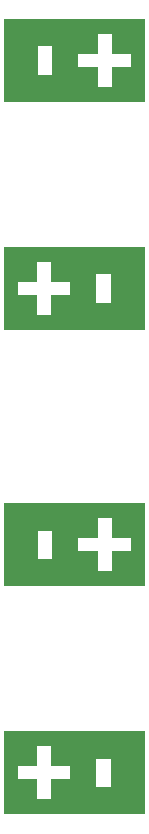
<source format=gbo>
G04*
G04 #@! TF.GenerationSoftware,Altium Limited,Altium Designer,24.5.2 (23)*
G04*
G04 Layer_Color=32896*
%FSLAX25Y25*%
%MOIN*%
G70*
G04*
G04 #@! TF.SameCoordinates,CD8FA20F-01FC-4297-A75D-B57FFFDE6B4D*
G04*
G04*
G04 #@! TF.FilePolarity,Positive*
G04*
G01*
G75*
G36*
X367520Y277602D02*
X320276D01*
Y305160D01*
X367520D01*
Y277602D01*
D02*
G37*
G36*
Y116184D02*
X341609D01*
X320276D01*
Y143743D01*
X341609D01*
X367520D01*
Y116184D01*
D02*
G37*
G36*
X367520Y67759D02*
Y40200D01*
X320276D01*
Y67759D01*
X346187D01*
D01*
X367520D01*
D02*
G37*
G36*
X346187Y229176D02*
D01*
X367520D01*
Y201617D01*
X346187D01*
D01*
X320276D01*
Y229176D01*
X346187D01*
D02*
G37*
%LPC*%
G36*
X362823Y300202D02*
Y293604D01*
X356298D01*
Y300202D01*
X345254D01*
X351778D01*
Y293604D01*
X345254D01*
Y289194D01*
X351778D01*
Y282560D01*
X362823D01*
Y300202D01*
D02*
G37*
G36*
X336564Y296138D02*
X331716D01*
Y286624D01*
X336564D01*
Y296138D01*
D02*
G37*
%LPD*%
G36*
X362823Y282560D02*
X356298D01*
Y289194D01*
X362823D01*
Y282560D01*
D02*
G37*
%LPC*%
G36*
Y138785D02*
D01*
Y132187D01*
X356298D01*
Y138785D01*
X362823D01*
X351778D01*
Y132187D01*
X345254D01*
Y127777D01*
X351778D01*
Y121143D01*
X345254D01*
X356298D01*
Y127777D01*
X362823D01*
Y121143D01*
D01*
D01*
Y138785D01*
D02*
G37*
G36*
X336564Y134720D02*
X331716D01*
Y125207D01*
X336564D01*
Y134720D01*
D02*
G37*
G36*
X342542Y62800D02*
D01*
Y56166D01*
X336017D01*
Y62800D01*
X324973D01*
X331497D01*
Y56166D01*
X324973D01*
Y51756D01*
X331497D01*
Y45158D01*
X342542D01*
Y62800D01*
D02*
G37*
G36*
X356079Y58736D02*
X351231D01*
Y49223D01*
X356079D01*
Y58736D01*
D02*
G37*
%LPD*%
G36*
X342542Y45158D02*
X336017D01*
Y51756D01*
X342542D01*
Y45158D01*
D02*
G37*
%LPC*%
G36*
Y224218D02*
X331497D01*
Y217584D01*
X324973D01*
Y224218D01*
D01*
D01*
Y206576D01*
D01*
Y213173D01*
X331497D01*
Y206576D01*
X324973D01*
X336017D01*
Y213173D01*
X342542D01*
Y217584D01*
X336017D01*
Y224218D01*
X342542D01*
D02*
G37*
G36*
X356079Y220153D02*
X351231D01*
Y210640D01*
X356079D01*
Y220153D01*
D02*
G37*
%LPD*%
M02*

</source>
